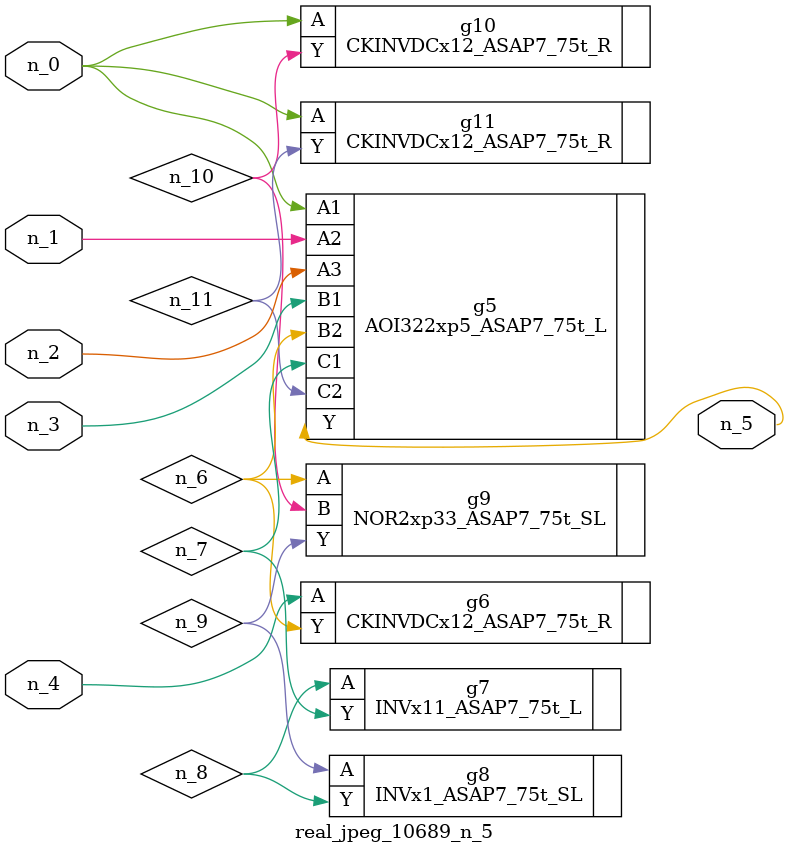
<source format=v>
module real_jpeg_10689_n_5 (n_4, n_0, n_1, n_2, n_3, n_5);

input n_4;
input n_0;
input n_1;
input n_2;
input n_3;

output n_5;

wire n_8;
wire n_11;
wire n_6;
wire n_7;
wire n_10;
wire n_9;

AOI322xp5_ASAP7_75t_L g5 ( 
.A1(n_0),
.A2(n_1),
.A3(n_2),
.B1(n_3),
.B2(n_6),
.C1(n_7),
.C2(n_11),
.Y(n_5)
);

CKINVDCx12_ASAP7_75t_R g10 ( 
.A(n_0),
.Y(n_10)
);

CKINVDCx12_ASAP7_75t_R g11 ( 
.A(n_0),
.Y(n_11)
);

CKINVDCx12_ASAP7_75t_R g6 ( 
.A(n_4),
.Y(n_6)
);

NOR2xp33_ASAP7_75t_SL g9 ( 
.A(n_6),
.B(n_10),
.Y(n_9)
);

INVx11_ASAP7_75t_L g7 ( 
.A(n_8),
.Y(n_7)
);

INVx1_ASAP7_75t_SL g8 ( 
.A(n_9),
.Y(n_8)
);


endmodule
</source>
